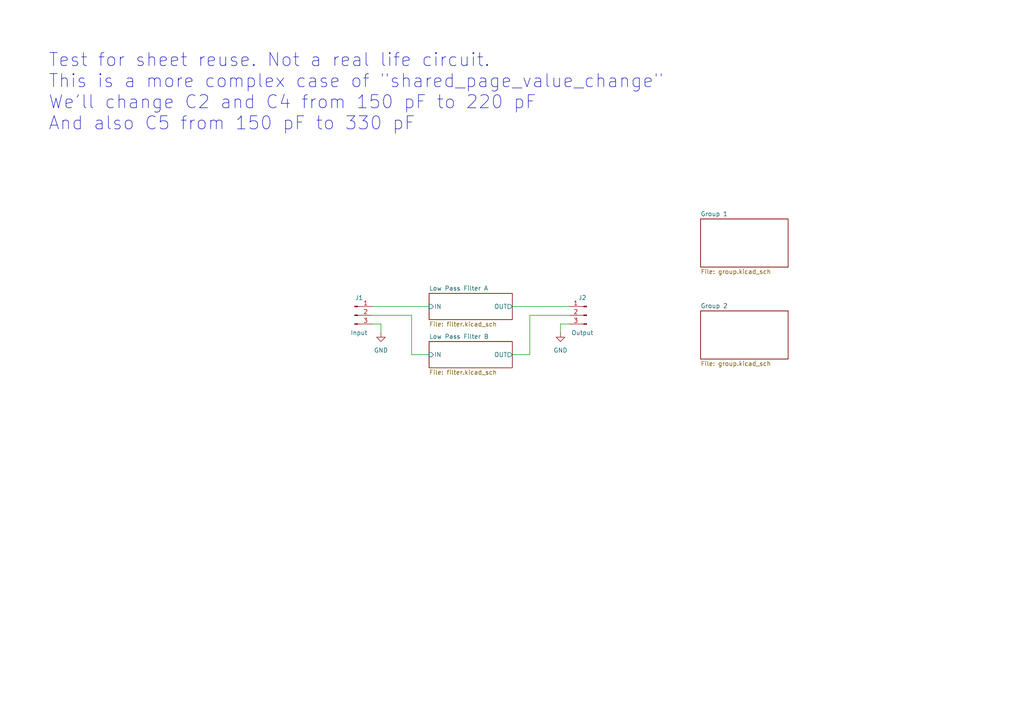
<source format=kicad_sch>
(kicad_sch (version 20211123) (generator eeschema)
  (paper "A4")
  (lib_symbols
    (symbol "Connector:Conn_01x03_Male" (pin_names (offset 1.016) hide)
      (property "Reference" "J" (at 0 5.08 0))
      (property "Value" "Conn_01x03_Male" (at 0 -5.08 0))
      (symbol "Conn_01x03_Male_1_1"
        (polyline (pts (xy 1.27 -2.54) (xy 0.8636 -2.54)) (stroke (width 0.1524)))
        (polyline (pts (xy 1.27 0) (xy 0.8636 0)) (stroke (width 0.1524)))
        (polyline (pts (xy 1.27 2.54) (xy 0.8636 2.54)) (stroke (width 0.1524)))
        (rectangle (start 0.8636 -2.413) (end 0 -2.667) (stroke (width 0.1524)) (fill (type outline)))
        (rectangle (start 0.8636 0.127) (end 0 -0.127) (stroke (width 0.1524)) (fill (type outline)))
        (rectangle (start 0.8636 2.667) (end 0 2.413) (stroke (width 0.1524)) (fill (type outline)))
        (pin passive line (at 5.08 2.54 180) (length 3.81) (name "Pin_1") (number "1"))
        (pin passive line (at 5.08 0 180) (length 3.81) (name "Pin_2") (number "2"))
        (pin passive line (at 5.08 -2.54 180) (length 3.81) (name "Pin_3") (number "3"))
      )
    )
    (symbol "power:GND" (power) (pin_names (offset 0))
      (property "Value" "GND" (at 0 -3.81 0))
      (symbol "GND_0_1"
        (polyline (pts (xy 0 0) (xy 0 -1.27) (xy 1.27 -1.27) (xy 0 -2.54) (xy -1.27 -1.27) (xy 0 -1.27)))
      )
      (symbol "GND_1_1"
        (pin power_in line (at 0 0 270) (length 0) hide (name "GND") (number "1"))
      )
    )
  )
  (wire (pts (xy 148.59 102.87) (xy 153.67 102.87)))
  (wire (pts (xy 153.67 102.87) (xy 153.67 91.44)))
  (wire (pts (xy 119.38 91.44) (xy 119.38 102.87)))
  (wire (pts (xy 148.59 88.9) (xy 165.1 88.9)))
  (wire (pts (xy 119.38 102.87) (xy 124.46 102.87)))
  (wire (pts (xy 107.95 91.44) (xy 119.38 91.44)))
  (wire (pts (xy 162.56 93.98) (xy 162.56 96.52)))
  (wire (pts (xy 110.49 93.98) (xy 110.49 96.52)))
  (wire (pts (xy 107.95 93.98) (xy 110.49 93.98)))
  (wire (pts (xy 165.1 93.98) (xy 162.56 93.98)))
  (wire (pts (xy 153.67 91.44) (xy 165.1 91.44)))
  (wire (pts (xy 107.95 88.9) (xy 124.46 88.9)))
  (text "Test for sheet reuse. Not a real life circuit.\nThis is a more complex case of \"shared_page_value_change\"\nWe'll change C2 and C4 from 150 pF to 220 pF\nAnd also C5 from 150 pF to 330 pF" (at 13.97 38.1 0) (effects (font (size 3.8 3.8)) (justify left bottom)))
  (symbol (lib_id "power:GND") (at 162.56 96.52 0) (unit 1)
    (property "Reference" "#PWR?" (effects hide))
    (property "Value" "GND" (at 162.56 101.6 0))
  )
  (symbol (lib_id "Connector:Conn_01x03_Male") (at 170.18 91.44 0) (mirror y) (unit 1)
    (property "Reference" "J2" (at 168.91 86.36 0))
    (property "Value" "Output" (at 168.91 96.52 0))
  )
  (symbol (lib_id "power:GND") (at 110.49 96.52 0) (unit 1)
    (property "Reference" "#PWR?" (effects hide))
    (property "Value" "GND" (at 110.49 101.6 0))
  )
  (symbol (lib_id "Connector:Conn_01x03_Male") (at 102.87 91.44 0) (unit 1)
    (property "Reference" "J1" (at 104.14 86.36 0))
    (property "Value" "Input" (at 104.14 96.52 0))
  )
  (sheet (at 203.2 90.17) (size 25.4 13.97) (stroke (width 0.1524))
    (property "Sheet name" "Group 2" (at 203.2 89.4584 0) (effects (justify left bottom)))
    (property "Sheet file" "group.kicad_sch" (at 203.2 104.7246 0) (effects (justify left top)))
  )
  (sheet (at 203.2 63.5) (size 25.4 13.97) (stroke (width 0.1524))
    (property "Sheet name" "Group 1" (at 203.2 62.7884 0) (effects (justify left bottom)))
    (property "Sheet file" "group.kicad_sch" (at 203.2 78.0546 0) (effects (justify left top)))
  )
  (sheet (at 124.46 99.06) (size 24.13 7.62) (stroke (width 0.1524))
    (property "Sheet name" "Low Pass Filter B" (at 124.46 98.3484 0) (effects (justify left bottom)))
    (property "Sheet file" "filter.kicad_sch" (at 124.46 107.2646 0) (effects (justify left top)))
    (pin "IN" input (at 124.46 102.87 180))
    (pin "OUT" output (at 148.59 102.87 0))
  )
  (sheet (at 124.46 85.09) (size 24.13 7.62) (stroke (width 0.1524))
    (property "Sheet name" "Low Pass Filter A" (at 124.46 84.3784 0) (effects (justify left bottom)))
    (property "Sheet file" "filter.kicad_sch" (at 124.46 93.2946 0) (effects (justify left top)))
    (pin "IN" input (at 124.46 88.9 180))
    (pin "OUT" output (at 148.59 88.9 0))
  )
)
</source>
